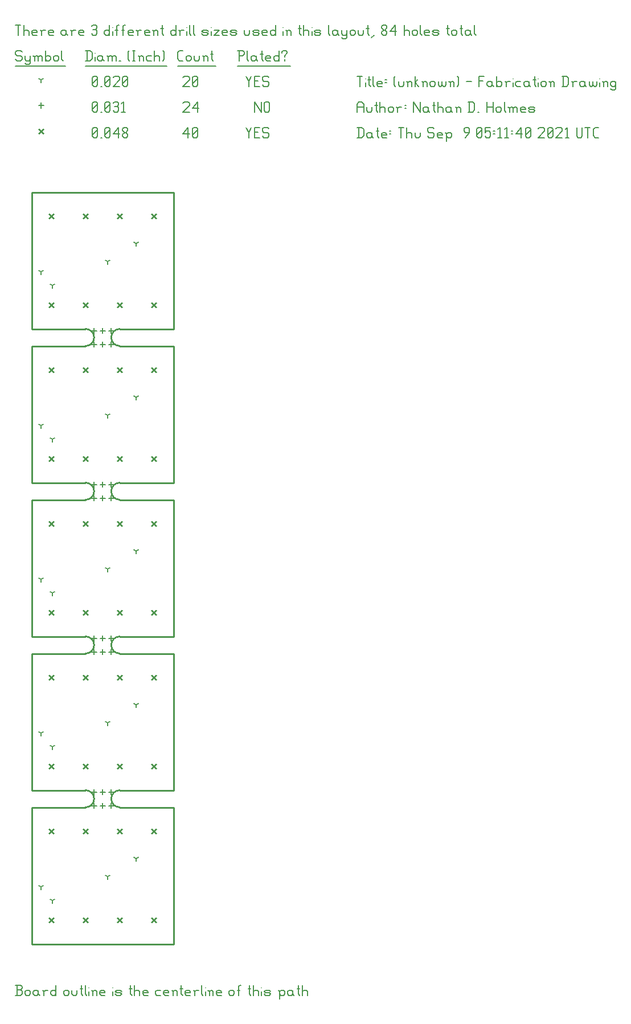
<source format=gbr>
G04 start of page 13 for group -3984 idx -3984 *
G04 Title: (unknown), fab *
G04 Creator: pcb 4.0.2 *
G04 CreationDate: Thu Sep  9 05:11:40 2021 UTC *
G04 For: ndholmes *
G04 Format: Gerber/RS-274X *
G04 PCB-Dimensions (mil): 1020.00 4700.00 *
G04 PCB-Coordinate-Origin: lower left *
%MOIN*%
%FSLAX25Y25*%
%LNFAB*%
%ADD39C,0.0100*%
%ADD38C,0.0075*%
%ADD37C,0.0060*%
%ADD36C,0.0001*%
G54D36*G36*
X79800Y396266D02*X82766Y393300D01*
X82200Y392734D01*
X79234Y395700D01*
X79800Y396266D01*
G37*
G36*
X79234Y393300D02*X82200Y396266D01*
X82766Y395700D01*
X79800Y392734D01*
X79234Y393300D01*
G37*
G36*
X59800Y396266D02*X62766Y393300D01*
X62200Y392734D01*
X59234Y395700D01*
X59800Y396266D01*
G37*
G36*
X59234Y393300D02*X62200Y396266D01*
X62766Y395700D01*
X59800Y392734D01*
X59234Y393300D01*
G37*
G36*
X39800Y396266D02*X42766Y393300D01*
X42200Y392734D01*
X39234Y395700D01*
X39800Y396266D01*
G37*
G36*
X39234Y393300D02*X42200Y396266D01*
X42766Y395700D01*
X39800Y392734D01*
X39234Y393300D01*
G37*
G36*
X19800Y396266D02*X22766Y393300D01*
X22200Y392734D01*
X19234Y395700D01*
X19800Y396266D01*
G37*
G36*
X19234Y393300D02*X22200Y396266D01*
X22766Y395700D01*
X19800Y392734D01*
X19234Y393300D01*
G37*
G36*
X19800Y448266D02*X22766Y445300D01*
X22200Y444734D01*
X19234Y447700D01*
X19800Y448266D01*
G37*
G36*
X19234Y445300D02*X22200Y448266D01*
X22766Y447700D01*
X19800Y444734D01*
X19234Y445300D01*
G37*
G36*
X39800Y448266D02*X42766Y445300D01*
X42200Y444734D01*
X39234Y447700D01*
X39800Y448266D01*
G37*
G36*
X39234Y445300D02*X42200Y448266D01*
X42766Y447700D01*
X39800Y444734D01*
X39234Y445300D01*
G37*
G36*
X59800Y448266D02*X62766Y445300D01*
X62200Y444734D01*
X59234Y447700D01*
X59800Y448266D01*
G37*
G36*
X59234Y445300D02*X62200Y448266D01*
X62766Y447700D01*
X59800Y444734D01*
X59234Y445300D01*
G37*
G36*
X79800Y448266D02*X82766Y445300D01*
X82200Y444734D01*
X79234Y447700D01*
X79800Y448266D01*
G37*
G36*
X79234Y445300D02*X82200Y448266D01*
X82766Y447700D01*
X79800Y444734D01*
X79234Y445300D01*
G37*
G36*
X79800Y306266D02*X82766Y303300D01*
X82200Y302734D01*
X79234Y305700D01*
X79800Y306266D01*
G37*
G36*
X79234Y303300D02*X82200Y306266D01*
X82766Y305700D01*
X79800Y302734D01*
X79234Y303300D01*
G37*
G36*
X59800Y306266D02*X62766Y303300D01*
X62200Y302734D01*
X59234Y305700D01*
X59800Y306266D01*
G37*
G36*
X59234Y303300D02*X62200Y306266D01*
X62766Y305700D01*
X59800Y302734D01*
X59234Y303300D01*
G37*
G36*
X39800Y306266D02*X42766Y303300D01*
X42200Y302734D01*
X39234Y305700D01*
X39800Y306266D01*
G37*
G36*
X39234Y303300D02*X42200Y306266D01*
X42766Y305700D01*
X39800Y302734D01*
X39234Y303300D01*
G37*
G36*
X19800Y306266D02*X22766Y303300D01*
X22200Y302734D01*
X19234Y305700D01*
X19800Y306266D01*
G37*
G36*
X19234Y303300D02*X22200Y306266D01*
X22766Y305700D01*
X19800Y302734D01*
X19234Y303300D01*
G37*
G36*
X19800Y358266D02*X22766Y355300D01*
X22200Y354734D01*
X19234Y357700D01*
X19800Y358266D01*
G37*
G36*
X19234Y355300D02*X22200Y358266D01*
X22766Y357700D01*
X19800Y354734D01*
X19234Y355300D01*
G37*
G36*
X39800Y358266D02*X42766Y355300D01*
X42200Y354734D01*
X39234Y357700D01*
X39800Y358266D01*
G37*
G36*
X39234Y355300D02*X42200Y358266D01*
X42766Y357700D01*
X39800Y354734D01*
X39234Y355300D01*
G37*
G36*
X59800Y358266D02*X62766Y355300D01*
X62200Y354734D01*
X59234Y357700D01*
X59800Y358266D01*
G37*
G36*
X59234Y355300D02*X62200Y358266D01*
X62766Y357700D01*
X59800Y354734D01*
X59234Y355300D01*
G37*
G36*
X79800Y358266D02*X82766Y355300D01*
X82200Y354734D01*
X79234Y357700D01*
X79800Y358266D01*
G37*
G36*
X79234Y355300D02*X82200Y358266D01*
X82766Y357700D01*
X79800Y354734D01*
X79234Y355300D01*
G37*
G36*
X79800Y216266D02*X82766Y213300D01*
X82200Y212734D01*
X79234Y215700D01*
X79800Y216266D01*
G37*
G36*
X79234Y213300D02*X82200Y216266D01*
X82766Y215700D01*
X79800Y212734D01*
X79234Y213300D01*
G37*
G36*
X59800Y216266D02*X62766Y213300D01*
X62200Y212734D01*
X59234Y215700D01*
X59800Y216266D01*
G37*
G36*
X59234Y213300D02*X62200Y216266D01*
X62766Y215700D01*
X59800Y212734D01*
X59234Y213300D01*
G37*
G36*
X39800Y216266D02*X42766Y213300D01*
X42200Y212734D01*
X39234Y215700D01*
X39800Y216266D01*
G37*
G36*
X39234Y213300D02*X42200Y216266D01*
X42766Y215700D01*
X39800Y212734D01*
X39234Y213300D01*
G37*
G36*
X19800Y216266D02*X22766Y213300D01*
X22200Y212734D01*
X19234Y215700D01*
X19800Y216266D01*
G37*
G36*
X19234Y213300D02*X22200Y216266D01*
X22766Y215700D01*
X19800Y212734D01*
X19234Y213300D01*
G37*
G36*
X19800Y268266D02*X22766Y265300D01*
X22200Y264734D01*
X19234Y267700D01*
X19800Y268266D01*
G37*
G36*
X19234Y265300D02*X22200Y268266D01*
X22766Y267700D01*
X19800Y264734D01*
X19234Y265300D01*
G37*
G36*
X39800Y268266D02*X42766Y265300D01*
X42200Y264734D01*
X39234Y267700D01*
X39800Y268266D01*
G37*
G36*
X39234Y265300D02*X42200Y268266D01*
X42766Y267700D01*
X39800Y264734D01*
X39234Y265300D01*
G37*
G36*
X59800Y268266D02*X62766Y265300D01*
X62200Y264734D01*
X59234Y267700D01*
X59800Y268266D01*
G37*
G36*
X59234Y265300D02*X62200Y268266D01*
X62766Y267700D01*
X59800Y264734D01*
X59234Y265300D01*
G37*
G36*
X79800Y268266D02*X82766Y265300D01*
X82200Y264734D01*
X79234Y267700D01*
X79800Y268266D01*
G37*
G36*
X79234Y265300D02*X82200Y268266D01*
X82766Y267700D01*
X79800Y264734D01*
X79234Y265300D01*
G37*
G36*
X79800Y126266D02*X82766Y123300D01*
X82200Y122734D01*
X79234Y125700D01*
X79800Y126266D01*
G37*
G36*
X79234Y123300D02*X82200Y126266D01*
X82766Y125700D01*
X79800Y122734D01*
X79234Y123300D01*
G37*
G36*
X59800Y126266D02*X62766Y123300D01*
X62200Y122734D01*
X59234Y125700D01*
X59800Y126266D01*
G37*
G36*
X59234Y123300D02*X62200Y126266D01*
X62766Y125700D01*
X59800Y122734D01*
X59234Y123300D01*
G37*
G36*
X39800Y126266D02*X42766Y123300D01*
X42200Y122734D01*
X39234Y125700D01*
X39800Y126266D01*
G37*
G36*
X39234Y123300D02*X42200Y126266D01*
X42766Y125700D01*
X39800Y122734D01*
X39234Y123300D01*
G37*
G36*
X19800Y126266D02*X22766Y123300D01*
X22200Y122734D01*
X19234Y125700D01*
X19800Y126266D01*
G37*
G36*
X19234Y123300D02*X22200Y126266D01*
X22766Y125700D01*
X19800Y122734D01*
X19234Y123300D01*
G37*
G36*
X19800Y178266D02*X22766Y175300D01*
X22200Y174734D01*
X19234Y177700D01*
X19800Y178266D01*
G37*
G36*
X19234Y175300D02*X22200Y178266D01*
X22766Y177700D01*
X19800Y174734D01*
X19234Y175300D01*
G37*
G36*
X39800Y178266D02*X42766Y175300D01*
X42200Y174734D01*
X39234Y177700D01*
X39800Y178266D01*
G37*
G36*
X39234Y175300D02*X42200Y178266D01*
X42766Y177700D01*
X39800Y174734D01*
X39234Y175300D01*
G37*
G36*
X59800Y178266D02*X62766Y175300D01*
X62200Y174734D01*
X59234Y177700D01*
X59800Y178266D01*
G37*
G36*
X59234Y175300D02*X62200Y178266D01*
X62766Y177700D01*
X59800Y174734D01*
X59234Y175300D01*
G37*
G36*
X79800Y178266D02*X82766Y175300D01*
X82200Y174734D01*
X79234Y177700D01*
X79800Y178266D01*
G37*
G36*
X79234Y175300D02*X82200Y178266D01*
X82766Y177700D01*
X79800Y174734D01*
X79234Y175300D01*
G37*
G36*
X79800Y36266D02*X82766Y33300D01*
X82200Y32734D01*
X79234Y35700D01*
X79800Y36266D01*
G37*
G36*
X79234Y33300D02*X82200Y36266D01*
X82766Y35700D01*
X79800Y32734D01*
X79234Y33300D01*
G37*
G36*
X59800Y36266D02*X62766Y33300D01*
X62200Y32734D01*
X59234Y35700D01*
X59800Y36266D01*
G37*
G36*
X59234Y33300D02*X62200Y36266D01*
X62766Y35700D01*
X59800Y32734D01*
X59234Y33300D01*
G37*
G36*
X39800Y36266D02*X42766Y33300D01*
X42200Y32734D01*
X39234Y35700D01*
X39800Y36266D01*
G37*
G36*
X39234Y33300D02*X42200Y36266D01*
X42766Y35700D01*
X39800Y32734D01*
X39234Y33300D01*
G37*
G36*
X19800Y36266D02*X22766Y33300D01*
X22200Y32734D01*
X19234Y35700D01*
X19800Y36266D01*
G37*
G36*
X19234Y33300D02*X22200Y36266D01*
X22766Y35700D01*
X19800Y32734D01*
X19234Y33300D01*
G37*
G36*
X19800Y88266D02*X22766Y85300D01*
X22200Y84734D01*
X19234Y87700D01*
X19800Y88266D01*
G37*
G36*
X19234Y85300D02*X22200Y88266D01*
X22766Y87700D01*
X19800Y84734D01*
X19234Y85300D01*
G37*
G36*
X39800Y88266D02*X42766Y85300D01*
X42200Y84734D01*
X39234Y87700D01*
X39800Y88266D01*
G37*
G36*
X39234Y85300D02*X42200Y88266D01*
X42766Y87700D01*
X39800Y84734D01*
X39234Y85300D01*
G37*
G36*
X59800Y88266D02*X62766Y85300D01*
X62200Y84734D01*
X59234Y87700D01*
X59800Y88266D01*
G37*
G36*
X59234Y85300D02*X62200Y88266D01*
X62766Y87700D01*
X59800Y84734D01*
X59234Y85300D01*
G37*
G36*
X79800Y88266D02*X82766Y85300D01*
X82200Y84734D01*
X79234Y87700D01*
X79800Y88266D01*
G37*
G36*
X79234Y85300D02*X82200Y88266D01*
X82766Y87700D01*
X79800Y84734D01*
X79234Y85300D01*
G37*
G36*
X13800Y498016D02*X16766Y495050D01*
X16200Y494484D01*
X13234Y497450D01*
X13800Y498016D01*
G37*
G36*
X13234Y495050D02*X16200Y498016D01*
X16766Y497450D01*
X13800Y494484D01*
X13234Y495050D01*
G37*
G54D37*X135000Y498500D02*X136500Y495500D01*
X138000Y498500D01*
X136500Y495500D02*Y492500D01*
X139800Y495800D02*X142050D01*
X139800Y492500D02*X142800D01*
X139800Y498500D02*Y492500D01*
Y498500D02*X142800D01*
X147600D02*X148350Y497750D01*
X145350Y498500D02*X147600D01*
X144600Y497750D02*X145350Y498500D01*
X144600Y497750D02*Y496250D01*
X145350Y495500D01*
X147600D01*
X148350Y494750D01*
Y493250D01*
X147600Y492500D02*X148350Y493250D01*
X145350Y492500D02*X147600D01*
X144600Y493250D02*X145350Y492500D01*
X98000Y494750D02*X101000Y498500D01*
X98000Y494750D02*X101750D01*
X101000Y498500D02*Y492500D01*
X103550Y493250D02*X104300Y492500D01*
X103550Y497750D02*Y493250D01*
Y497750D02*X104300Y498500D01*
X105800D01*
X106550Y497750D01*
Y493250D01*
X105800Y492500D02*X106550Y493250D01*
X104300Y492500D02*X105800D01*
X103550Y494000D02*X106550Y497000D01*
X45000Y493250D02*X45750Y492500D01*
X45000Y497750D02*Y493250D01*
Y497750D02*X45750Y498500D01*
X47250D01*
X48000Y497750D01*
Y493250D01*
X47250Y492500D02*X48000Y493250D01*
X45750Y492500D02*X47250D01*
X45000Y494000D02*X48000Y497000D01*
X49800Y492500D02*X50550D01*
X52350Y493250D02*X53100Y492500D01*
X52350Y497750D02*Y493250D01*
Y497750D02*X53100Y498500D01*
X54600D01*
X55350Y497750D01*
Y493250D01*
X54600Y492500D02*X55350Y493250D01*
X53100Y492500D02*X54600D01*
X52350Y494000D02*X55350Y497000D01*
X57150Y494750D02*X60150Y498500D01*
X57150Y494750D02*X60900D01*
X60150Y498500D02*Y492500D01*
X62700Y493250D02*X63450Y492500D01*
X62700Y494450D02*Y493250D01*
Y494450D02*X63750Y495500D01*
X64650D01*
X65700Y494450D01*
Y493250D01*
X64950Y492500D02*X65700Y493250D01*
X63450Y492500D02*X64950D01*
X62700Y496550D02*X63750Y495500D01*
X62700Y497750D02*Y496550D01*
Y497750D02*X63450Y498500D01*
X64950D01*
X65700Y497750D01*
Y496550D01*
X64650Y495500D02*X65700Y496550D01*
X56000Y373100D02*Y369900D01*
X54400Y371500D02*X57600D01*
X46000Y373100D02*Y369900D01*
X44400Y371500D02*X47600D01*
X51000Y373100D02*Y369900D01*
X49400Y371500D02*X52600D01*
X56000Y381100D02*Y377900D01*
X54400Y379500D02*X57600D01*
X51000Y381100D02*Y377900D01*
X49400Y379500D02*X52600D01*
X46000Y381100D02*Y377900D01*
X44400Y379500D02*X47600D01*
X56000Y283100D02*Y279900D01*
X54400Y281500D02*X57600D01*
X46000Y283100D02*Y279900D01*
X44400Y281500D02*X47600D01*
X51000Y283100D02*Y279900D01*
X49400Y281500D02*X52600D01*
X56000Y291100D02*Y287900D01*
X54400Y289500D02*X57600D01*
X51000Y291100D02*Y287900D01*
X49400Y289500D02*X52600D01*
X46000Y291100D02*Y287900D01*
X44400Y289500D02*X47600D01*
X56000Y193100D02*Y189900D01*
X54400Y191500D02*X57600D01*
X46000Y193100D02*Y189900D01*
X44400Y191500D02*X47600D01*
X51000Y193100D02*Y189900D01*
X49400Y191500D02*X52600D01*
X56000Y201100D02*Y197900D01*
X54400Y199500D02*X57600D01*
X51000Y201100D02*Y197900D01*
X49400Y199500D02*X52600D01*
X46000Y201100D02*Y197900D01*
X44400Y199500D02*X47600D01*
X56000Y103100D02*Y99900D01*
X54400Y101500D02*X57600D01*
X46000Y103100D02*Y99900D01*
X44400Y101500D02*X47600D01*
X51000Y103100D02*Y99900D01*
X49400Y101500D02*X52600D01*
X56000Y111100D02*Y107900D01*
X54400Y109500D02*X57600D01*
X51000Y111100D02*Y107900D01*
X49400Y109500D02*X52600D01*
X46000Y111100D02*Y107900D01*
X44400Y109500D02*X47600D01*
X15000Y512850D02*Y509650D01*
X13400Y511250D02*X16600D01*
X140000Y513500D02*Y507500D01*
Y513500D02*X143750Y507500D01*
Y513500D02*Y507500D01*
X145550Y512750D02*Y508250D01*
Y512750D02*X146300Y513500D01*
X147800D01*
X148550Y512750D01*
Y508250D01*
X147800Y507500D02*X148550Y508250D01*
X146300Y507500D02*X147800D01*
X145550Y508250D02*X146300Y507500D01*
X98000Y512750D02*X98750Y513500D01*
X101000D01*
X101750Y512750D01*
Y511250D01*
X98000Y507500D02*X101750Y511250D01*
X98000Y507500D02*X101750D01*
X103550Y509750D02*X106550Y513500D01*
X103550Y509750D02*X107300D01*
X106550Y513500D02*Y507500D01*
X45000Y508250D02*X45750Y507500D01*
X45000Y512750D02*Y508250D01*
Y512750D02*X45750Y513500D01*
X47250D01*
X48000Y512750D01*
Y508250D01*
X47250Y507500D02*X48000Y508250D01*
X45750Y507500D02*X47250D01*
X45000Y509000D02*X48000Y512000D01*
X49800Y507500D02*X50550D01*
X52350Y508250D02*X53100Y507500D01*
X52350Y512750D02*Y508250D01*
Y512750D02*X53100Y513500D01*
X54600D01*
X55350Y512750D01*
Y508250D01*
X54600Y507500D02*X55350Y508250D01*
X53100Y507500D02*X54600D01*
X52350Y509000D02*X55350Y512000D01*
X57150Y512750D02*X57900Y513500D01*
X59400D01*
X60150Y512750D01*
X59400Y507500D02*X60150Y508250D01*
X57900Y507500D02*X59400D01*
X57150Y508250D02*X57900Y507500D01*
Y510800D02*X59400D01*
X60150Y512750D02*Y511550D01*
Y510050D02*Y508250D01*
Y510050D02*X59400Y510800D01*
X60150Y511550D02*X59400Y510800D01*
X61950Y512300D02*X63150Y513500D01*
Y507500D01*
X61950D02*X64200D01*
X54000Y420000D02*Y418400D01*
Y420000D02*X55387Y420800D01*
X54000Y420000D02*X52613Y420800D01*
X15000Y414000D02*Y412400D01*
Y414000D02*X16387Y414800D01*
X15000Y414000D02*X13613Y414800D01*
X21500Y406000D02*Y404400D01*
Y406000D02*X22887Y406800D01*
X21500Y406000D02*X20113Y406800D01*
X70500Y430500D02*Y428900D01*
Y430500D02*X71887Y431300D01*
X70500Y430500D02*X69113Y431300D01*
X54000Y330000D02*Y328400D01*
Y330000D02*X55387Y330800D01*
X54000Y330000D02*X52613Y330800D01*
X15000Y324000D02*Y322400D01*
Y324000D02*X16387Y324800D01*
X15000Y324000D02*X13613Y324800D01*
X21500Y316000D02*Y314400D01*
Y316000D02*X22887Y316800D01*
X21500Y316000D02*X20113Y316800D01*
X70500Y340500D02*Y338900D01*
Y340500D02*X71887Y341300D01*
X70500Y340500D02*X69113Y341300D01*
X54000Y240000D02*Y238400D01*
Y240000D02*X55387Y240800D01*
X54000Y240000D02*X52613Y240800D01*
X15000Y234000D02*Y232400D01*
Y234000D02*X16387Y234800D01*
X15000Y234000D02*X13613Y234800D01*
X21500Y226000D02*Y224400D01*
Y226000D02*X22887Y226800D01*
X21500Y226000D02*X20113Y226800D01*
X70500Y250500D02*Y248900D01*
Y250500D02*X71887Y251300D01*
X70500Y250500D02*X69113Y251300D01*
X54000Y150000D02*Y148400D01*
Y150000D02*X55387Y150800D01*
X54000Y150000D02*X52613Y150800D01*
X15000Y144000D02*Y142400D01*
Y144000D02*X16387Y144800D01*
X15000Y144000D02*X13613Y144800D01*
X21500Y136000D02*Y134400D01*
Y136000D02*X22887Y136800D01*
X21500Y136000D02*X20113Y136800D01*
X70500Y160500D02*Y158900D01*
Y160500D02*X71887Y161300D01*
X70500Y160500D02*X69113Y161300D01*
X54000Y60000D02*Y58400D01*
Y60000D02*X55387Y60800D01*
X54000Y60000D02*X52613Y60800D01*
X15000Y54000D02*Y52400D01*
Y54000D02*X16387Y54800D01*
X15000Y54000D02*X13613Y54800D01*
X21500Y46000D02*Y44400D01*
Y46000D02*X22887Y46800D01*
X21500Y46000D02*X20113Y46800D01*
X70500Y70500D02*Y68900D01*
Y70500D02*X71887Y71300D01*
X70500Y70500D02*X69113Y71300D01*
X15000Y526250D02*Y524650D01*
Y526250D02*X16387Y527050D01*
X15000Y526250D02*X13613Y527050D01*
X135000Y528500D02*X136500Y525500D01*
X138000Y528500D01*
X136500Y525500D02*Y522500D01*
X139800Y525800D02*X142050D01*
X139800Y522500D02*X142800D01*
X139800Y528500D02*Y522500D01*
Y528500D02*X142800D01*
X147600D02*X148350Y527750D01*
X145350Y528500D02*X147600D01*
X144600Y527750D02*X145350Y528500D01*
X144600Y527750D02*Y526250D01*
X145350Y525500D01*
X147600D01*
X148350Y524750D01*
Y523250D01*
X147600Y522500D02*X148350Y523250D01*
X145350Y522500D02*X147600D01*
X144600Y523250D02*X145350Y522500D01*
X98000Y527750D02*X98750Y528500D01*
X101000D01*
X101750Y527750D01*
Y526250D01*
X98000Y522500D02*X101750Y526250D01*
X98000Y522500D02*X101750D01*
X103550Y523250D02*X104300Y522500D01*
X103550Y527750D02*Y523250D01*
Y527750D02*X104300Y528500D01*
X105800D01*
X106550Y527750D01*
Y523250D01*
X105800Y522500D02*X106550Y523250D01*
X104300Y522500D02*X105800D01*
X103550Y524000D02*X106550Y527000D01*
X45000Y523250D02*X45750Y522500D01*
X45000Y527750D02*Y523250D01*
Y527750D02*X45750Y528500D01*
X47250D01*
X48000Y527750D01*
Y523250D01*
X47250Y522500D02*X48000Y523250D01*
X45750Y522500D02*X47250D01*
X45000Y524000D02*X48000Y527000D01*
X49800Y522500D02*X50550D01*
X52350Y523250D02*X53100Y522500D01*
X52350Y527750D02*Y523250D01*
Y527750D02*X53100Y528500D01*
X54600D01*
X55350Y527750D01*
Y523250D01*
X54600Y522500D02*X55350Y523250D01*
X53100Y522500D02*X54600D01*
X52350Y524000D02*X55350Y527000D01*
X57150Y527750D02*X57900Y528500D01*
X60150D01*
X60900Y527750D01*
Y526250D01*
X57150Y522500D02*X60900Y526250D01*
X57150Y522500D02*X60900D01*
X62700Y523250D02*X63450Y522500D01*
X62700Y527750D02*Y523250D01*
Y527750D02*X63450Y528500D01*
X64950D01*
X65700Y527750D01*
Y523250D01*
X64950Y522500D02*X65700Y523250D01*
X63450Y522500D02*X64950D01*
X62700Y524000D02*X65700Y527000D01*
X3000Y543500D02*X3750Y542750D01*
X750Y543500D02*X3000D01*
X0Y542750D02*X750Y543500D01*
X0Y542750D02*Y541250D01*
X750Y540500D01*
X3000D01*
X3750Y539750D01*
Y538250D01*
X3000Y537500D02*X3750Y538250D01*
X750Y537500D02*X3000D01*
X0Y538250D02*X750Y537500D01*
X5550Y540500D02*Y538250D01*
X6300Y537500D01*
X8550Y540500D02*Y536000D01*
X7800Y535250D02*X8550Y536000D01*
X6300Y535250D02*X7800D01*
X5550Y536000D02*X6300Y535250D01*
Y537500D02*X7800D01*
X8550Y538250D01*
X11100Y539750D02*Y537500D01*
Y539750D02*X11850Y540500D01*
X12600D01*
X13350Y539750D01*
Y537500D01*
Y539750D02*X14100Y540500D01*
X14850D01*
X15600Y539750D01*
Y537500D01*
X10350Y540500D02*X11100Y539750D01*
X17400Y543500D02*Y537500D01*
Y538250D02*X18150Y537500D01*
X19650D01*
X20400Y538250D01*
Y539750D02*Y538250D01*
X19650Y540500D02*X20400Y539750D01*
X18150Y540500D02*X19650D01*
X17400Y539750D02*X18150Y540500D01*
X22200Y539750D02*Y538250D01*
Y539750D02*X22950Y540500D01*
X24450D01*
X25200Y539750D01*
Y538250D01*
X24450Y537500D02*X25200Y538250D01*
X22950Y537500D02*X24450D01*
X22200Y538250D02*X22950Y537500D01*
X27000Y543500D02*Y538250D01*
X27750Y537500D01*
X0Y534250D02*X29250D01*
X41750Y543500D02*Y537500D01*
X43700Y543500D02*X44750Y542450D01*
Y538550D01*
X43700Y537500D02*X44750Y538550D01*
X41000Y537500D02*X43700D01*
X41000Y543500D02*X43700D01*
G54D38*X46550Y542000D02*Y541850D01*
G54D37*Y539750D02*Y537500D01*
X50300Y540500D02*X51050Y539750D01*
X48800Y540500D02*X50300D01*
X48050Y539750D02*X48800Y540500D01*
X48050Y539750D02*Y538250D01*
X48800Y537500D01*
X51050Y540500D02*Y538250D01*
X51800Y537500D01*
X48800D02*X50300D01*
X51050Y538250D01*
X54350Y539750D02*Y537500D01*
Y539750D02*X55100Y540500D01*
X55850D01*
X56600Y539750D01*
Y537500D01*
Y539750D02*X57350Y540500D01*
X58100D01*
X58850Y539750D01*
Y537500D01*
X53600Y540500D02*X54350Y539750D01*
X60650Y537500D02*X61400D01*
X65900Y538250D02*X66650Y537500D01*
X65900Y542750D02*X66650Y543500D01*
X65900Y542750D02*Y538250D01*
X68450Y543500D02*X69950D01*
X69200D02*Y537500D01*
X68450D02*X69950D01*
X72500Y539750D02*Y537500D01*
Y539750D02*X73250Y540500D01*
X74000D01*
X74750Y539750D01*
Y537500D01*
X71750Y540500D02*X72500Y539750D01*
X77300Y540500D02*X79550D01*
X76550Y539750D02*X77300Y540500D01*
X76550Y539750D02*Y538250D01*
X77300Y537500D01*
X79550D01*
X81350Y543500D02*Y537500D01*
Y539750D02*X82100Y540500D01*
X83600D01*
X84350Y539750D01*
Y537500D01*
X86150Y543500D02*X86900Y542750D01*
Y538250D01*
X86150Y537500D02*X86900Y538250D01*
X41000Y534250D02*X88700D01*
X96050Y537500D02*X98000D01*
X95000Y538550D02*X96050Y537500D01*
X95000Y542450D02*Y538550D01*
Y542450D02*X96050Y543500D01*
X98000D01*
X99800Y539750D02*Y538250D01*
Y539750D02*X100550Y540500D01*
X102050D01*
X102800Y539750D01*
Y538250D01*
X102050Y537500D02*X102800Y538250D01*
X100550Y537500D02*X102050D01*
X99800Y538250D02*X100550Y537500D01*
X104600Y540500D02*Y538250D01*
X105350Y537500D01*
X106850D01*
X107600Y538250D01*
Y540500D02*Y538250D01*
X110150Y539750D02*Y537500D01*
Y539750D02*X110900Y540500D01*
X111650D01*
X112400Y539750D01*
Y537500D01*
X109400Y540500D02*X110150Y539750D01*
X114950Y543500D02*Y538250D01*
X115700Y537500D01*
X114200Y541250D02*X115700D01*
X95000Y534250D02*X117200D01*
X130750Y543500D02*Y537500D01*
X130000Y543500D02*X133000D01*
X133750Y542750D01*
Y541250D01*
X133000Y540500D02*X133750Y541250D01*
X130750Y540500D02*X133000D01*
X135550Y543500D02*Y538250D01*
X136300Y537500D01*
X140050Y540500D02*X140800Y539750D01*
X138550Y540500D02*X140050D01*
X137800Y539750D02*X138550Y540500D01*
X137800Y539750D02*Y538250D01*
X138550Y537500D01*
X140800Y540500D02*Y538250D01*
X141550Y537500D01*
X138550D02*X140050D01*
X140800Y538250D01*
X144100Y543500D02*Y538250D01*
X144850Y537500D01*
X143350Y541250D02*X144850D01*
X147100Y537500D02*X149350D01*
X146350Y538250D02*X147100Y537500D01*
X146350Y539750D02*Y538250D01*
Y539750D02*X147100Y540500D01*
X148600D01*
X149350Y539750D01*
X146350Y539000D02*X149350D01*
Y539750D02*Y539000D01*
X154150Y543500D02*Y537500D01*
X153400D02*X154150Y538250D01*
X151900Y537500D02*X153400D01*
X151150Y538250D02*X151900Y537500D01*
X151150Y539750D02*Y538250D01*
Y539750D02*X151900Y540500D01*
X153400D01*
X154150Y539750D01*
X157450Y540500D02*Y539750D01*
Y538250D02*Y537500D01*
X155950Y542750D02*Y542000D01*
Y542750D02*X156700Y543500D01*
X158200D01*
X158950Y542750D01*
Y542000D01*
X157450Y540500D02*X158950Y542000D01*
X130000Y534250D02*X160750D01*
X0Y558500D02*X3000D01*
X1500D02*Y552500D01*
X4800Y558500D02*Y552500D01*
Y554750D02*X5550Y555500D01*
X7050D01*
X7800Y554750D01*
Y552500D01*
X10350D02*X12600D01*
X9600Y553250D02*X10350Y552500D01*
X9600Y554750D02*Y553250D01*
Y554750D02*X10350Y555500D01*
X11850D01*
X12600Y554750D01*
X9600Y554000D02*X12600D01*
Y554750D02*Y554000D01*
X15150Y554750D02*Y552500D01*
Y554750D02*X15900Y555500D01*
X17400D01*
X14400D02*X15150Y554750D01*
X19950Y552500D02*X22200D01*
X19200Y553250D02*X19950Y552500D01*
X19200Y554750D02*Y553250D01*
Y554750D02*X19950Y555500D01*
X21450D01*
X22200Y554750D01*
X19200Y554000D02*X22200D01*
Y554750D02*Y554000D01*
X28950Y555500D02*X29700Y554750D01*
X27450Y555500D02*X28950D01*
X26700Y554750D02*X27450Y555500D01*
X26700Y554750D02*Y553250D01*
X27450Y552500D01*
X29700Y555500D02*Y553250D01*
X30450Y552500D01*
X27450D02*X28950D01*
X29700Y553250D01*
X33000Y554750D02*Y552500D01*
Y554750D02*X33750Y555500D01*
X35250D01*
X32250D02*X33000Y554750D01*
X37800Y552500D02*X40050D01*
X37050Y553250D02*X37800Y552500D01*
X37050Y554750D02*Y553250D01*
Y554750D02*X37800Y555500D01*
X39300D01*
X40050Y554750D01*
X37050Y554000D02*X40050D01*
Y554750D02*Y554000D01*
X44550Y557750D02*X45300Y558500D01*
X46800D01*
X47550Y557750D01*
X46800Y552500D02*X47550Y553250D01*
X45300Y552500D02*X46800D01*
X44550Y553250D02*X45300Y552500D01*
Y555800D02*X46800D01*
X47550Y557750D02*Y556550D01*
Y555050D02*Y553250D01*
Y555050D02*X46800Y555800D01*
X47550Y556550D02*X46800Y555800D01*
X55050Y558500D02*Y552500D01*
X54300D02*X55050Y553250D01*
X52800Y552500D02*X54300D01*
X52050Y553250D02*X52800Y552500D01*
X52050Y554750D02*Y553250D01*
Y554750D02*X52800Y555500D01*
X54300D01*
X55050Y554750D01*
G54D38*X56850Y557000D02*Y556850D01*
G54D37*Y554750D02*Y552500D01*
X59100Y557750D02*Y552500D01*
Y557750D02*X59850Y558500D01*
X60600D01*
X58350Y555500D02*X59850D01*
X62850Y557750D02*Y552500D01*
Y557750D02*X63600Y558500D01*
X64350D01*
X62100Y555500D02*X63600D01*
X66600Y552500D02*X68850D01*
X65850Y553250D02*X66600Y552500D01*
X65850Y554750D02*Y553250D01*
Y554750D02*X66600Y555500D01*
X68100D01*
X68850Y554750D01*
X65850Y554000D02*X68850D01*
Y554750D02*Y554000D01*
X71400Y554750D02*Y552500D01*
Y554750D02*X72150Y555500D01*
X73650D01*
X70650D02*X71400Y554750D01*
X76200Y552500D02*X78450D01*
X75450Y553250D02*X76200Y552500D01*
X75450Y554750D02*Y553250D01*
Y554750D02*X76200Y555500D01*
X77700D01*
X78450Y554750D01*
X75450Y554000D02*X78450D01*
Y554750D02*Y554000D01*
X81000Y554750D02*Y552500D01*
Y554750D02*X81750Y555500D01*
X82500D01*
X83250Y554750D01*
Y552500D01*
X80250Y555500D02*X81000Y554750D01*
X85800Y558500D02*Y553250D01*
X86550Y552500D01*
X85050Y556250D02*X86550D01*
X93750Y558500D02*Y552500D01*
X93000D02*X93750Y553250D01*
X91500Y552500D02*X93000D01*
X90750Y553250D02*X91500Y552500D01*
X90750Y554750D02*Y553250D01*
Y554750D02*X91500Y555500D01*
X93000D01*
X93750Y554750D01*
X96300D02*Y552500D01*
Y554750D02*X97050Y555500D01*
X98550D01*
X95550D02*X96300Y554750D01*
G54D38*X100350Y557000D02*Y556850D01*
G54D37*Y554750D02*Y552500D01*
X101850Y558500D02*Y553250D01*
X102600Y552500D01*
X104100Y558500D02*Y553250D01*
X104850Y552500D01*
X109800D02*X112050D01*
X112800Y553250D01*
X112050Y554000D02*X112800Y553250D01*
X109800Y554000D02*X112050D01*
X109050Y554750D02*X109800Y554000D01*
X109050Y554750D02*X109800Y555500D01*
X112050D01*
X112800Y554750D01*
X109050Y553250D02*X109800Y552500D01*
G54D38*X114600Y557000D02*Y556850D01*
G54D37*Y554750D02*Y552500D01*
X116100Y555500D02*X119100D01*
X116100Y552500D02*X119100Y555500D01*
X116100Y552500D02*X119100D01*
X121650D02*X123900D01*
X120900Y553250D02*X121650Y552500D01*
X120900Y554750D02*Y553250D01*
Y554750D02*X121650Y555500D01*
X123150D01*
X123900Y554750D01*
X120900Y554000D02*X123900D01*
Y554750D02*Y554000D01*
X126450Y552500D02*X128700D01*
X129450Y553250D01*
X128700Y554000D02*X129450Y553250D01*
X126450Y554000D02*X128700D01*
X125700Y554750D02*X126450Y554000D01*
X125700Y554750D02*X126450Y555500D01*
X128700D01*
X129450Y554750D01*
X125700Y553250D02*X126450Y552500D01*
X133950Y555500D02*Y553250D01*
X134700Y552500D01*
X136200D01*
X136950Y553250D01*
Y555500D02*Y553250D01*
X139500Y552500D02*X141750D01*
X142500Y553250D01*
X141750Y554000D02*X142500Y553250D01*
X139500Y554000D02*X141750D01*
X138750Y554750D02*X139500Y554000D01*
X138750Y554750D02*X139500Y555500D01*
X141750D01*
X142500Y554750D01*
X138750Y553250D02*X139500Y552500D01*
X145050D02*X147300D01*
X144300Y553250D02*X145050Y552500D01*
X144300Y554750D02*Y553250D01*
Y554750D02*X145050Y555500D01*
X146550D01*
X147300Y554750D01*
X144300Y554000D02*X147300D01*
Y554750D02*Y554000D01*
X152100Y558500D02*Y552500D01*
X151350D02*X152100Y553250D01*
X149850Y552500D02*X151350D01*
X149100Y553250D02*X149850Y552500D01*
X149100Y554750D02*Y553250D01*
Y554750D02*X149850Y555500D01*
X151350D01*
X152100Y554750D01*
G54D38*X156600Y557000D02*Y556850D01*
G54D37*Y554750D02*Y552500D01*
X158850Y554750D02*Y552500D01*
Y554750D02*X159600Y555500D01*
X160350D01*
X161100Y554750D01*
Y552500D01*
X158100Y555500D02*X158850Y554750D01*
X166350Y558500D02*Y553250D01*
X167100Y552500D01*
X165600Y556250D02*X167100D01*
X168600Y558500D02*Y552500D01*
Y554750D02*X169350Y555500D01*
X170850D01*
X171600Y554750D01*
Y552500D01*
G54D38*X173400Y557000D02*Y556850D01*
G54D37*Y554750D02*Y552500D01*
X175650D02*X177900D01*
X178650Y553250D01*
X177900Y554000D02*X178650Y553250D01*
X175650Y554000D02*X177900D01*
X174900Y554750D02*X175650Y554000D01*
X174900Y554750D02*X175650Y555500D01*
X177900D01*
X178650Y554750D01*
X174900Y553250D02*X175650Y552500D01*
X183150Y558500D02*Y553250D01*
X183900Y552500D01*
X187650Y555500D02*X188400Y554750D01*
X186150Y555500D02*X187650D01*
X185400Y554750D02*X186150Y555500D01*
X185400Y554750D02*Y553250D01*
X186150Y552500D01*
X188400Y555500D02*Y553250D01*
X189150Y552500D01*
X186150D02*X187650D01*
X188400Y553250D01*
X190950Y555500D02*Y553250D01*
X191700Y552500D01*
X193950Y555500D02*Y551000D01*
X193200Y550250D02*X193950Y551000D01*
X191700Y550250D02*X193200D01*
X190950Y551000D02*X191700Y550250D01*
Y552500D02*X193200D01*
X193950Y553250D01*
X195750Y554750D02*Y553250D01*
Y554750D02*X196500Y555500D01*
X198000D01*
X198750Y554750D01*
Y553250D01*
X198000Y552500D02*X198750Y553250D01*
X196500Y552500D02*X198000D01*
X195750Y553250D02*X196500Y552500D01*
X200550Y555500D02*Y553250D01*
X201300Y552500D01*
X202800D01*
X203550Y553250D01*
Y555500D02*Y553250D01*
X206100Y558500D02*Y553250D01*
X206850Y552500D01*
X205350Y556250D02*X206850D01*
X208350Y551000D02*X209850Y552500D01*
X214350Y553250D02*X215100Y552500D01*
X214350Y554450D02*Y553250D01*
Y554450D02*X215400Y555500D01*
X216300D01*
X217350Y554450D01*
Y553250D01*
X216600Y552500D02*X217350Y553250D01*
X215100Y552500D02*X216600D01*
X214350Y556550D02*X215400Y555500D01*
X214350Y557750D02*Y556550D01*
Y557750D02*X215100Y558500D01*
X216600D01*
X217350Y557750D01*
Y556550D01*
X216300Y555500D02*X217350Y556550D01*
X219150Y554750D02*X222150Y558500D01*
X219150Y554750D02*X222900D01*
X222150Y558500D02*Y552500D01*
X227400Y558500D02*Y552500D01*
Y554750D02*X228150Y555500D01*
X229650D01*
X230400Y554750D01*
Y552500D01*
X232200Y554750D02*Y553250D01*
Y554750D02*X232950Y555500D01*
X234450D01*
X235200Y554750D01*
Y553250D01*
X234450Y552500D02*X235200Y553250D01*
X232950Y552500D02*X234450D01*
X232200Y553250D02*X232950Y552500D01*
X237000Y558500D02*Y553250D01*
X237750Y552500D01*
X240000D02*X242250D01*
X239250Y553250D02*X240000Y552500D01*
X239250Y554750D02*Y553250D01*
Y554750D02*X240000Y555500D01*
X241500D01*
X242250Y554750D01*
X239250Y554000D02*X242250D01*
Y554750D02*Y554000D01*
X244800Y552500D02*X247050D01*
X247800Y553250D01*
X247050Y554000D02*X247800Y553250D01*
X244800Y554000D02*X247050D01*
X244050Y554750D02*X244800Y554000D01*
X244050Y554750D02*X244800Y555500D01*
X247050D01*
X247800Y554750D01*
X244050Y553250D02*X244800Y552500D01*
X253050Y558500D02*Y553250D01*
X253800Y552500D01*
X252300Y556250D02*X253800D01*
X255300Y554750D02*Y553250D01*
Y554750D02*X256050Y555500D01*
X257550D01*
X258300Y554750D01*
Y553250D01*
X257550Y552500D02*X258300Y553250D01*
X256050Y552500D02*X257550D01*
X255300Y553250D02*X256050Y552500D01*
X260850Y558500D02*Y553250D01*
X261600Y552500D01*
X260100Y556250D02*X261600D01*
X265350Y555500D02*X266100Y554750D01*
X263850Y555500D02*X265350D01*
X263100Y554750D02*X263850Y555500D01*
X263100Y554750D02*Y553250D01*
X263850Y552500D01*
X266100Y555500D02*Y553250D01*
X266850Y552500D01*
X263850D02*X265350D01*
X266100Y553250D01*
X268650Y558500D02*Y553250D01*
X269400Y552500D01*
G54D39*X9500Y460500D02*X92500D01*
Y380500D01*
X9500D02*Y460500D01*
X61000Y380500D02*X92500D01*
X9500D02*X41000D01*
X92500Y370500D02*Y290500D01*
X9500D02*Y370500D01*
X61000Y290500D02*X92500D01*
X9500D02*X41000D01*
X9500Y370500D02*X41000D01*
X61000D02*X92500D01*
Y280500D02*Y200500D01*
X9500D02*Y280500D01*
X61000Y200500D02*X92500D01*
X9500D02*X41000D01*
X92500Y190500D02*Y110500D01*
X9500D02*Y190500D01*
X61000Y110500D02*X92500D01*
X9500D02*X41000D01*
X92500Y100500D02*Y20500D01*
X9500D02*Y100500D01*
Y20500D02*X92500D01*
X9500Y100500D02*X41000D01*
X61000D02*X92500D01*
Y190500D02*X61000D01*
X41000D02*X9500D01*
Y280500D02*X41000D01*
X61000D02*X92500D01*
X46000Y375500D02*G75*G03X41000Y380500I-5000J0D01*G01*
X46000Y375500D02*G75*G02X41000Y370500I-5000J0D01*G01*
X56000Y375500D02*G75*G02X61000Y380500I5000J0D01*G01*
X56000Y375500D02*G75*G03X61000Y370500I5000J0D01*G01*
X46000Y285500D02*G75*G03X41000Y290500I-5000J0D01*G01*
X46000Y285500D02*G75*G02X41000Y280500I-5000J0D01*G01*
X56000Y285500D02*G75*G02X61000Y290500I5000J0D01*G01*
X56000Y285500D02*G75*G03X61000Y280500I5000J0D01*G01*
X46000Y195500D02*G75*G03X41000Y200500I-5000J0D01*G01*
X46000Y195500D02*G75*G02X41000Y190500I-5000J0D01*G01*
X56000Y195500D02*G75*G02X61000Y200500I5000J0D01*G01*
X56000Y195500D02*G75*G03X61000Y190500I5000J0D01*G01*
X46000Y105500D02*G75*G03X41000Y110500I-5000J0D01*G01*
X46000Y105500D02*G75*G02X41000Y100500I-5000J0D01*G01*
X56000Y105500D02*G75*G02X61000Y110500I5000J0D01*G01*
X56000Y105500D02*G75*G03X61000Y100500I5000J0D01*G01*
G54D37*X0Y-9500D02*X3000D01*
X3750Y-8750D01*
Y-6950D02*Y-8750D01*
X3000Y-6200D02*X3750Y-6950D01*
X750Y-6200D02*X3000D01*
X750Y-3500D02*Y-9500D01*
X0Y-3500D02*X3000D01*
X3750Y-4250D01*
Y-5450D01*
X3000Y-6200D02*X3750Y-5450D01*
X5550Y-7250D02*Y-8750D01*
Y-7250D02*X6300Y-6500D01*
X7800D01*
X8550Y-7250D01*
Y-8750D01*
X7800Y-9500D02*X8550Y-8750D01*
X6300Y-9500D02*X7800D01*
X5550Y-8750D02*X6300Y-9500D01*
X12600Y-6500D02*X13350Y-7250D01*
X11100Y-6500D02*X12600D01*
X10350Y-7250D02*X11100Y-6500D01*
X10350Y-7250D02*Y-8750D01*
X11100Y-9500D01*
X13350Y-6500D02*Y-8750D01*
X14100Y-9500D01*
X11100D02*X12600D01*
X13350Y-8750D01*
X16650Y-7250D02*Y-9500D01*
Y-7250D02*X17400Y-6500D01*
X18900D01*
X15900D02*X16650Y-7250D01*
X23700Y-3500D02*Y-9500D01*
X22950D02*X23700Y-8750D01*
X21450Y-9500D02*X22950D01*
X20700Y-8750D02*X21450Y-9500D01*
X20700Y-7250D02*Y-8750D01*
Y-7250D02*X21450Y-6500D01*
X22950D01*
X23700Y-7250D01*
X28200D02*Y-8750D01*
Y-7250D02*X28950Y-6500D01*
X30450D01*
X31200Y-7250D01*
Y-8750D01*
X30450Y-9500D02*X31200Y-8750D01*
X28950Y-9500D02*X30450D01*
X28200Y-8750D02*X28950Y-9500D01*
X33000Y-6500D02*Y-8750D01*
X33750Y-9500D01*
X35250D01*
X36000Y-8750D01*
Y-6500D02*Y-8750D01*
X38550Y-3500D02*Y-8750D01*
X39300Y-9500D01*
X37800Y-5750D02*X39300D01*
X40800Y-3500D02*Y-8750D01*
X41550Y-9500D01*
G54D38*X43050Y-5000D02*Y-5150D01*
G54D37*Y-7250D02*Y-9500D01*
X45300Y-7250D02*Y-9500D01*
Y-7250D02*X46050Y-6500D01*
X46800D01*
X47550Y-7250D01*
Y-9500D01*
X44550Y-6500D02*X45300Y-7250D01*
X50100Y-9500D02*X52350D01*
X49350Y-8750D02*X50100Y-9500D01*
X49350Y-7250D02*Y-8750D01*
Y-7250D02*X50100Y-6500D01*
X51600D01*
X52350Y-7250D01*
X49350Y-8000D02*X52350D01*
Y-7250D02*Y-8000D01*
G54D38*X56850Y-5000D02*Y-5150D01*
G54D37*Y-7250D02*Y-9500D01*
X59100D02*X61350D01*
X62100Y-8750D01*
X61350Y-8000D02*X62100Y-8750D01*
X59100Y-8000D02*X61350D01*
X58350Y-7250D02*X59100Y-8000D01*
X58350Y-7250D02*X59100Y-6500D01*
X61350D01*
X62100Y-7250D01*
X58350Y-8750D02*X59100Y-9500D01*
X67350Y-3500D02*Y-8750D01*
X68100Y-9500D01*
X66600Y-5750D02*X68100D01*
X69600Y-3500D02*Y-9500D01*
Y-7250D02*X70350Y-6500D01*
X71850D01*
X72600Y-7250D01*
Y-9500D01*
X75150D02*X77400D01*
X74400Y-8750D02*X75150Y-9500D01*
X74400Y-7250D02*Y-8750D01*
Y-7250D02*X75150Y-6500D01*
X76650D01*
X77400Y-7250D01*
X74400Y-8000D02*X77400D01*
Y-7250D02*Y-8000D01*
X82650Y-6500D02*X84900D01*
X81900Y-7250D02*X82650Y-6500D01*
X81900Y-7250D02*Y-8750D01*
X82650Y-9500D01*
X84900D01*
X87450D02*X89700D01*
X86700Y-8750D02*X87450Y-9500D01*
X86700Y-7250D02*Y-8750D01*
Y-7250D02*X87450Y-6500D01*
X88950D01*
X89700Y-7250D01*
X86700Y-8000D02*X89700D01*
Y-7250D02*Y-8000D01*
X92250Y-7250D02*Y-9500D01*
Y-7250D02*X93000Y-6500D01*
X93750D01*
X94500Y-7250D01*
Y-9500D01*
X91500Y-6500D02*X92250Y-7250D01*
X97050Y-3500D02*Y-8750D01*
X97800Y-9500D01*
X96300Y-5750D02*X97800D01*
X100050Y-9500D02*X102300D01*
X99300Y-8750D02*X100050Y-9500D01*
X99300Y-7250D02*Y-8750D01*
Y-7250D02*X100050Y-6500D01*
X101550D01*
X102300Y-7250D01*
X99300Y-8000D02*X102300D01*
Y-7250D02*Y-8000D01*
X104850Y-7250D02*Y-9500D01*
Y-7250D02*X105600Y-6500D01*
X107100D01*
X104100D02*X104850Y-7250D01*
X108900Y-3500D02*Y-8750D01*
X109650Y-9500D01*
G54D38*X111150Y-5000D02*Y-5150D01*
G54D37*Y-7250D02*Y-9500D01*
X113400Y-7250D02*Y-9500D01*
Y-7250D02*X114150Y-6500D01*
X114900D01*
X115650Y-7250D01*
Y-9500D01*
X112650Y-6500D02*X113400Y-7250D01*
X118200Y-9500D02*X120450D01*
X117450Y-8750D02*X118200Y-9500D01*
X117450Y-7250D02*Y-8750D01*
Y-7250D02*X118200Y-6500D01*
X119700D01*
X120450Y-7250D01*
X117450Y-8000D02*X120450D01*
Y-7250D02*Y-8000D01*
X124950Y-7250D02*Y-8750D01*
Y-7250D02*X125700Y-6500D01*
X127200D01*
X127950Y-7250D01*
Y-8750D01*
X127200Y-9500D02*X127950Y-8750D01*
X125700Y-9500D02*X127200D01*
X124950Y-8750D02*X125700Y-9500D01*
X130500Y-4250D02*Y-9500D01*
Y-4250D02*X131250Y-3500D01*
X132000D01*
X129750Y-6500D02*X131250D01*
X136950Y-3500D02*Y-8750D01*
X137700Y-9500D01*
X136200Y-5750D02*X137700D01*
X139200Y-3500D02*Y-9500D01*
Y-7250D02*X139950Y-6500D01*
X141450D01*
X142200Y-7250D01*
Y-9500D01*
G54D38*X144000Y-5000D02*Y-5150D01*
G54D37*Y-7250D02*Y-9500D01*
X146250D02*X148500D01*
X149250Y-8750D01*
X148500Y-8000D02*X149250Y-8750D01*
X146250Y-8000D02*X148500D01*
X145500Y-7250D02*X146250Y-8000D01*
X145500Y-7250D02*X146250Y-6500D01*
X148500D01*
X149250Y-7250D01*
X145500Y-8750D02*X146250Y-9500D01*
X154500Y-7250D02*Y-11750D01*
X153750Y-6500D02*X154500Y-7250D01*
X155250Y-6500D01*
X156750D01*
X157500Y-7250D01*
Y-8750D01*
X156750Y-9500D02*X157500Y-8750D01*
X155250Y-9500D02*X156750D01*
X154500Y-8750D02*X155250Y-9500D01*
X161550Y-6500D02*X162300Y-7250D01*
X160050Y-6500D02*X161550D01*
X159300Y-7250D02*X160050Y-6500D01*
X159300Y-7250D02*Y-8750D01*
X160050Y-9500D01*
X162300Y-6500D02*Y-8750D01*
X163050Y-9500D01*
X160050D02*X161550D01*
X162300Y-8750D01*
X165600Y-3500D02*Y-8750D01*
X166350Y-9500D01*
X164850Y-5750D02*X166350D01*
X167850Y-3500D02*Y-9500D01*
Y-7250D02*X168600Y-6500D01*
X170100D01*
X170850Y-7250D01*
Y-9500D01*
X200750Y498500D02*Y492500D01*
X202700Y498500D02*X203750Y497450D01*
Y493550D01*
X202700Y492500D02*X203750Y493550D01*
X200000Y492500D02*X202700D01*
X200000Y498500D02*X202700D01*
X207800Y495500D02*X208550Y494750D01*
X206300Y495500D02*X207800D01*
X205550Y494750D02*X206300Y495500D01*
X205550Y494750D02*Y493250D01*
X206300Y492500D01*
X208550Y495500D02*Y493250D01*
X209300Y492500D01*
X206300D02*X207800D01*
X208550Y493250D01*
X211850Y498500D02*Y493250D01*
X212600Y492500D01*
X211100Y496250D02*X212600D01*
X214850Y492500D02*X217100D01*
X214100Y493250D02*X214850Y492500D01*
X214100Y494750D02*Y493250D01*
Y494750D02*X214850Y495500D01*
X216350D01*
X217100Y494750D01*
X214100Y494000D02*X217100D01*
Y494750D02*Y494000D01*
X218900Y496250D02*X219650D01*
X218900Y494750D02*X219650D01*
X224150Y498500D02*X227150D01*
X225650D02*Y492500D01*
X228950Y498500D02*Y492500D01*
Y494750D02*X229700Y495500D01*
X231200D01*
X231950Y494750D01*
Y492500D01*
X233750Y495500D02*Y493250D01*
X234500Y492500D01*
X236000D01*
X236750Y493250D01*
Y495500D02*Y493250D01*
X244250Y498500D02*X245000Y497750D01*
X242000Y498500D02*X244250D01*
X241250Y497750D02*X242000Y498500D01*
X241250Y497750D02*Y496250D01*
X242000Y495500D01*
X244250D01*
X245000Y494750D01*
Y493250D01*
X244250Y492500D02*X245000Y493250D01*
X242000Y492500D02*X244250D01*
X241250Y493250D02*X242000Y492500D01*
X247550D02*X249800D01*
X246800Y493250D02*X247550Y492500D01*
X246800Y494750D02*Y493250D01*
Y494750D02*X247550Y495500D01*
X249050D01*
X249800Y494750D01*
X246800Y494000D02*X249800D01*
Y494750D02*Y494000D01*
X252350Y494750D02*Y490250D01*
X251600Y495500D02*X252350Y494750D01*
X253100Y495500D01*
X254600D01*
X255350Y494750D01*
Y493250D01*
X254600Y492500D02*X255350Y493250D01*
X253100Y492500D02*X254600D01*
X252350Y493250D02*X253100Y492500D01*
X263300D02*X265550Y495500D01*
Y497750D02*Y495500D01*
X264800Y498500D02*X265550Y497750D01*
X263300Y498500D02*X264800D01*
X262550Y497750D02*X263300Y498500D01*
X262550Y497750D02*Y496250D01*
X263300Y495500D01*
X265550D01*
X270050Y493250D02*X270800Y492500D01*
X270050Y497750D02*Y493250D01*
Y497750D02*X270800Y498500D01*
X272300D01*
X273050Y497750D01*
Y493250D01*
X272300Y492500D02*X273050Y493250D01*
X270800Y492500D02*X272300D01*
X270050Y494000D02*X273050Y497000D01*
X274850Y498500D02*X277850D01*
X274850D02*Y495500D01*
X275600Y496250D01*
X277100D01*
X277850Y495500D01*
Y493250D01*
X277100Y492500D02*X277850Y493250D01*
X275600Y492500D02*X277100D01*
X274850Y493250D02*X275600Y492500D01*
X279650Y496250D02*X280400D01*
X279650Y494750D02*X280400D01*
X282200Y497300D02*X283400Y498500D01*
Y492500D01*
X282200D02*X284450D01*
X286250Y497300D02*X287450Y498500D01*
Y492500D01*
X286250D02*X288500D01*
X290300Y496250D02*X291050D01*
X290300Y494750D02*X291050D01*
X292850D02*X295850Y498500D01*
X292850Y494750D02*X296600D01*
X295850Y498500D02*Y492500D01*
X298400Y493250D02*X299150Y492500D01*
X298400Y497750D02*Y493250D01*
Y497750D02*X299150Y498500D01*
X300650D01*
X301400Y497750D01*
Y493250D01*
X300650Y492500D02*X301400Y493250D01*
X299150Y492500D02*X300650D01*
X298400Y494000D02*X301400Y497000D01*
X305900Y497750D02*X306650Y498500D01*
X308900D01*
X309650Y497750D01*
Y496250D01*
X305900Y492500D02*X309650Y496250D01*
X305900Y492500D02*X309650D01*
X311450Y493250D02*X312200Y492500D01*
X311450Y497750D02*Y493250D01*
Y497750D02*X312200Y498500D01*
X313700D01*
X314450Y497750D01*
Y493250D01*
X313700Y492500D02*X314450Y493250D01*
X312200Y492500D02*X313700D01*
X311450Y494000D02*X314450Y497000D01*
X316250Y497750D02*X317000Y498500D01*
X319250D01*
X320000Y497750D01*
Y496250D01*
X316250Y492500D02*X320000Y496250D01*
X316250Y492500D02*X320000D01*
X321800Y497300D02*X323000Y498500D01*
Y492500D01*
X321800D02*X324050D01*
X328550Y498500D02*Y493250D01*
X329300Y492500D01*
X330800D01*
X331550Y493250D01*
Y498500D02*Y493250D01*
X333350Y498500D02*X336350D01*
X334850D02*Y492500D01*
X339200D02*X341150D01*
X338150Y493550D02*X339200Y492500D01*
X338150Y497450D02*Y493550D01*
Y497450D02*X339200Y498500D01*
X341150D01*
X200000Y512000D02*Y507500D01*
Y512000D02*X201050Y513500D01*
X202700D01*
X203750Y512000D01*
Y507500D01*
X200000Y510500D02*X203750D01*
X205550D02*Y508250D01*
X206300Y507500D01*
X207800D01*
X208550Y508250D01*
Y510500D02*Y508250D01*
X211100Y513500D02*Y508250D01*
X211850Y507500D01*
X210350Y511250D02*X211850D01*
X213350Y513500D02*Y507500D01*
Y509750D02*X214100Y510500D01*
X215600D01*
X216350Y509750D01*
Y507500D01*
X218150Y509750D02*Y508250D01*
Y509750D02*X218900Y510500D01*
X220400D01*
X221150Y509750D01*
Y508250D01*
X220400Y507500D02*X221150Y508250D01*
X218900Y507500D02*X220400D01*
X218150Y508250D02*X218900Y507500D01*
X223700Y509750D02*Y507500D01*
Y509750D02*X224450Y510500D01*
X225950D01*
X222950D02*X223700Y509750D01*
X227750Y511250D02*X228500D01*
X227750Y509750D02*X228500D01*
X233000Y513500D02*Y507500D01*
Y513500D02*X236750Y507500D01*
Y513500D02*Y507500D01*
X240800Y510500D02*X241550Y509750D01*
X239300Y510500D02*X240800D01*
X238550Y509750D02*X239300Y510500D01*
X238550Y509750D02*Y508250D01*
X239300Y507500D01*
X241550Y510500D02*Y508250D01*
X242300Y507500D01*
X239300D02*X240800D01*
X241550Y508250D01*
X244850Y513500D02*Y508250D01*
X245600Y507500D01*
X244100Y511250D02*X245600D01*
X247100Y513500D02*Y507500D01*
Y509750D02*X247850Y510500D01*
X249350D01*
X250100Y509750D01*
Y507500D01*
X254150Y510500D02*X254900Y509750D01*
X252650Y510500D02*X254150D01*
X251900Y509750D02*X252650Y510500D01*
X251900Y509750D02*Y508250D01*
X252650Y507500D01*
X254900Y510500D02*Y508250D01*
X255650Y507500D01*
X252650D02*X254150D01*
X254900Y508250D01*
X258200Y509750D02*Y507500D01*
Y509750D02*X258950Y510500D01*
X259700D01*
X260450Y509750D01*
Y507500D01*
X257450Y510500D02*X258200Y509750D01*
X265700Y513500D02*Y507500D01*
X267650Y513500D02*X268700Y512450D01*
Y508550D01*
X267650Y507500D02*X268700Y508550D01*
X264950Y507500D02*X267650D01*
X264950Y513500D02*X267650D01*
X270500Y507500D02*X271250D01*
X275750Y513500D02*Y507500D01*
X279500Y513500D02*Y507500D01*
X275750Y510500D02*X279500D01*
X281300Y509750D02*Y508250D01*
Y509750D02*X282050Y510500D01*
X283550D01*
X284300Y509750D01*
Y508250D01*
X283550Y507500D02*X284300Y508250D01*
X282050Y507500D02*X283550D01*
X281300Y508250D02*X282050Y507500D01*
X286100Y513500D02*Y508250D01*
X286850Y507500D01*
X289100Y509750D02*Y507500D01*
Y509750D02*X289850Y510500D01*
X290600D01*
X291350Y509750D01*
Y507500D01*
Y509750D02*X292100Y510500D01*
X292850D01*
X293600Y509750D01*
Y507500D01*
X288350Y510500D02*X289100Y509750D01*
X296150Y507500D02*X298400D01*
X295400Y508250D02*X296150Y507500D01*
X295400Y509750D02*Y508250D01*
Y509750D02*X296150Y510500D01*
X297650D01*
X298400Y509750D01*
X295400Y509000D02*X298400D01*
Y509750D02*Y509000D01*
X300950Y507500D02*X303200D01*
X303950Y508250D01*
X303200Y509000D02*X303950Y508250D01*
X300950Y509000D02*X303200D01*
X300200Y509750D02*X300950Y509000D01*
X300200Y509750D02*X300950Y510500D01*
X303200D01*
X303950Y509750D01*
X300200Y508250D02*X300950Y507500D01*
X200000Y528500D02*X203000D01*
X201500D02*Y522500D01*
G54D38*X204800Y527000D02*Y526850D01*
G54D37*Y524750D02*Y522500D01*
X207050Y528500D02*Y523250D01*
X207800Y522500D01*
X206300Y526250D02*X207800D01*
X209300Y528500D02*Y523250D01*
X210050Y522500D01*
X212300D02*X214550D01*
X211550Y523250D02*X212300Y522500D01*
X211550Y524750D02*Y523250D01*
Y524750D02*X212300Y525500D01*
X213800D01*
X214550Y524750D01*
X211550Y524000D02*X214550D01*
Y524750D02*Y524000D01*
X216350Y526250D02*X217100D01*
X216350Y524750D02*X217100D01*
X221600Y523250D02*X222350Y522500D01*
X221600Y527750D02*X222350Y528500D01*
X221600Y527750D02*Y523250D01*
X224150Y525500D02*Y523250D01*
X224900Y522500D01*
X226400D01*
X227150Y523250D01*
Y525500D02*Y523250D01*
X229700Y524750D02*Y522500D01*
Y524750D02*X230450Y525500D01*
X231200D01*
X231950Y524750D01*
Y522500D01*
X228950Y525500D02*X229700Y524750D01*
X233750Y528500D02*Y522500D01*
Y524750D02*X236000Y522500D01*
X233750Y524750D02*X235250Y526250D01*
X238550Y524750D02*Y522500D01*
Y524750D02*X239300Y525500D01*
X240050D01*
X240800Y524750D01*
Y522500D01*
X237800Y525500D02*X238550Y524750D01*
X242600D02*Y523250D01*
Y524750D02*X243350Y525500D01*
X244850D01*
X245600Y524750D01*
Y523250D01*
X244850Y522500D02*X245600Y523250D01*
X243350Y522500D02*X244850D01*
X242600Y523250D02*X243350Y522500D01*
X247400Y525500D02*Y523250D01*
X248150Y522500D01*
X248900D01*
X249650Y523250D01*
Y525500D02*Y523250D01*
X250400Y522500D01*
X251150D01*
X251900Y523250D01*
Y525500D02*Y523250D01*
X254450Y524750D02*Y522500D01*
Y524750D02*X255200Y525500D01*
X255950D01*
X256700Y524750D01*
Y522500D01*
X253700Y525500D02*X254450Y524750D01*
X258500Y528500D02*X259250Y527750D01*
Y523250D01*
X258500Y522500D02*X259250Y523250D01*
X263750Y525500D02*X266750D01*
X271250Y528500D02*Y522500D01*
Y528500D02*X274250D01*
X271250Y525800D02*X273500D01*
X278300Y525500D02*X279050Y524750D01*
X276800Y525500D02*X278300D01*
X276050Y524750D02*X276800Y525500D01*
X276050Y524750D02*Y523250D01*
X276800Y522500D01*
X279050Y525500D02*Y523250D01*
X279800Y522500D01*
X276800D02*X278300D01*
X279050Y523250D01*
X281600Y528500D02*Y522500D01*
Y523250D02*X282350Y522500D01*
X283850D01*
X284600Y523250D01*
Y524750D02*Y523250D01*
X283850Y525500D02*X284600Y524750D01*
X282350Y525500D02*X283850D01*
X281600Y524750D02*X282350Y525500D01*
X287150Y524750D02*Y522500D01*
Y524750D02*X287900Y525500D01*
X289400D01*
X286400D02*X287150Y524750D01*
G54D38*X291200Y527000D02*Y526850D01*
G54D37*Y524750D02*Y522500D01*
X293450Y525500D02*X295700D01*
X292700Y524750D02*X293450Y525500D01*
X292700Y524750D02*Y523250D01*
X293450Y522500D01*
X295700D01*
X299750Y525500D02*X300500Y524750D01*
X298250Y525500D02*X299750D01*
X297500Y524750D02*X298250Y525500D01*
X297500Y524750D02*Y523250D01*
X298250Y522500D01*
X300500Y525500D02*Y523250D01*
X301250Y522500D01*
X298250D02*X299750D01*
X300500Y523250D01*
X303800Y528500D02*Y523250D01*
X304550Y522500D01*
X303050Y526250D02*X304550D01*
G54D38*X306050Y527000D02*Y526850D01*
G54D37*Y524750D02*Y522500D01*
X307550Y524750D02*Y523250D01*
Y524750D02*X308300Y525500D01*
X309800D01*
X310550Y524750D01*
Y523250D01*
X309800Y522500D02*X310550Y523250D01*
X308300Y522500D02*X309800D01*
X307550Y523250D02*X308300Y522500D01*
X313100Y524750D02*Y522500D01*
Y524750D02*X313850Y525500D01*
X314600D01*
X315350Y524750D01*
Y522500D01*
X312350Y525500D02*X313100Y524750D01*
X320600Y528500D02*Y522500D01*
X322550Y528500D02*X323600Y527450D01*
Y523550D01*
X322550Y522500D02*X323600Y523550D01*
X319850Y522500D02*X322550D01*
X319850Y528500D02*X322550D01*
X326150Y524750D02*Y522500D01*
Y524750D02*X326900Y525500D01*
X328400D01*
X325400D02*X326150Y524750D01*
X332450Y525500D02*X333200Y524750D01*
X330950Y525500D02*X332450D01*
X330200Y524750D02*X330950Y525500D01*
X330200Y524750D02*Y523250D01*
X330950Y522500D01*
X333200Y525500D02*Y523250D01*
X333950Y522500D01*
X330950D02*X332450D01*
X333200Y523250D01*
X335750Y525500D02*Y523250D01*
X336500Y522500D01*
X337250D01*
X338000Y523250D01*
Y525500D02*Y523250D01*
X338750Y522500D01*
X339500D01*
X340250Y523250D01*
Y525500D02*Y523250D01*
G54D38*X342050Y527000D02*Y526850D01*
G54D37*Y524750D02*Y522500D01*
X344300Y524750D02*Y522500D01*
Y524750D02*X345050Y525500D01*
X345800D01*
X346550Y524750D01*
Y522500D01*
X343550Y525500D02*X344300Y524750D01*
X350600Y525500D02*X351350Y524750D01*
X349100Y525500D02*X350600D01*
X348350Y524750D02*X349100Y525500D01*
X348350Y524750D02*Y523250D01*
X349100Y522500D01*
X350600D01*
X351350Y523250D01*
X348350Y521000D02*X349100Y520250D01*
X350600D01*
X351350Y521000D01*
Y525500D02*Y521000D01*
M02*

</source>
